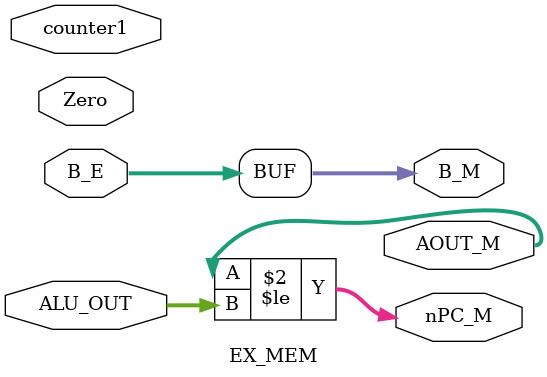
<source format=v>
module EX_MEM (counter1, Zero, ALU_OUT, B_E, nPC_M, AOUT_M, B_M);

    input [31:0] counter1;
    input [31:0] Zero;
    input [31:0] ALU_OUT;
    input [31:0] B_E;

    output reg [31:0] nPC_M;
    output reg [31:0] AOUT_M;
    output reg [31:0] B_M;

    always @(*) begin
        nPC_M <= 
        AOUT_M <= ALU_OUT;
        B_M <= B_E;
    end


endmodule
</source>
